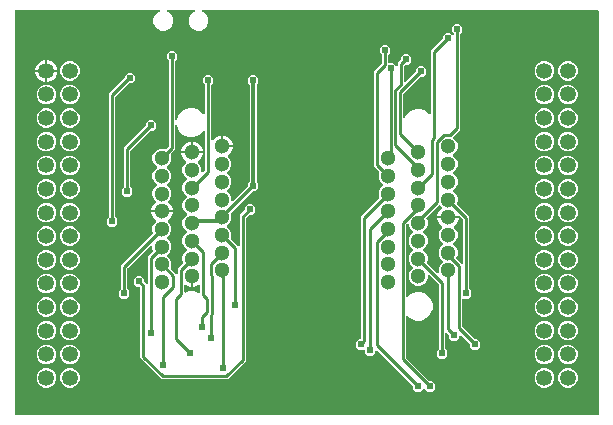
<source format=gbr>
G04 EAGLE Gerber RS-274X export*
G75*
%MOMM*%
%FSLAX34Y34*%
%LPD*%
%INBottom Copper*%
%IPPOS*%
%AMOC8*
5,1,8,0,0,1.08239X$1,22.5*%
G01*
G04 Define Apertures*
%ADD10C,1.350000*%
%ADD11C,1.300000*%
%ADD12C,0.604000*%
%ADD13C,0.304800*%
%ADD14C,0.254000*%
G36*
X774745Y237550D02*
X774448Y237490D01*
X281432Y237490D01*
X281157Y237541D01*
X280902Y237705D01*
X280730Y237955D01*
X280670Y238252D01*
X280670Y579528D01*
X280721Y579803D01*
X280885Y580058D01*
X281135Y580230D01*
X281432Y580290D01*
X402871Y580290D01*
X403129Y580245D01*
X403388Y580088D01*
X403565Y579842D01*
X403633Y579546D01*
X403580Y579248D01*
X403414Y578994D01*
X403163Y578824D01*
X401813Y578265D01*
X399475Y575927D01*
X398210Y572873D01*
X398210Y569567D01*
X399475Y566513D01*
X401813Y564175D01*
X404867Y562910D01*
X408173Y562910D01*
X411227Y564175D01*
X413565Y566513D01*
X414830Y569567D01*
X414830Y572873D01*
X413565Y575927D01*
X411227Y578265D01*
X409877Y578824D01*
X409657Y578964D01*
X409477Y579209D01*
X409407Y579504D01*
X409458Y579803D01*
X409622Y580058D01*
X409872Y580230D01*
X410169Y580290D01*
X432871Y580290D01*
X433129Y580245D01*
X433388Y580088D01*
X433565Y579842D01*
X433633Y579546D01*
X433580Y579248D01*
X433414Y578994D01*
X433163Y578824D01*
X431813Y578265D01*
X429475Y575927D01*
X428210Y572873D01*
X428210Y569567D01*
X429475Y566513D01*
X431813Y564175D01*
X434867Y562910D01*
X438173Y562910D01*
X441227Y564175D01*
X443565Y566513D01*
X444830Y569567D01*
X444830Y572873D01*
X443565Y575927D01*
X441227Y578265D01*
X439877Y578824D01*
X439657Y578964D01*
X439477Y579209D01*
X439407Y579504D01*
X439458Y579803D01*
X439622Y580058D01*
X439872Y580230D01*
X440169Y580290D01*
X774448Y580290D01*
X774723Y580239D01*
X774978Y580075D01*
X775150Y579825D01*
X775210Y579528D01*
X775210Y238252D01*
X775159Y237977D01*
X774995Y237722D01*
X774745Y237550D01*
G37*
%LPC*%
G36*
X620418Y257076D02*
X624182Y257076D01*
X626841Y259735D01*
X627072Y259893D01*
X627368Y259958D01*
X627666Y259903D01*
X627919Y259735D01*
X630578Y257076D01*
X634342Y257076D01*
X637004Y259738D01*
X637004Y263502D01*
X634342Y266164D01*
X632183Y266164D01*
X631897Y266220D01*
X631644Y266387D01*
X612207Y285824D01*
X612044Y286066D01*
X611984Y286363D01*
X611984Y320993D01*
X612031Y321256D01*
X612190Y321514D01*
X612438Y321690D01*
X612734Y321755D01*
X613032Y321699D01*
X613285Y321532D01*
X615689Y319128D01*
X620121Y317292D01*
X624919Y317292D01*
X629351Y319128D01*
X632744Y322521D01*
X634580Y326953D01*
X634580Y331751D01*
X632744Y336183D01*
X629351Y339576D01*
X624919Y341412D01*
X620121Y341412D01*
X615689Y339576D01*
X613285Y337172D01*
X613065Y337019D01*
X612770Y336949D01*
X612471Y337000D01*
X612216Y337164D01*
X612044Y337414D01*
X611984Y337711D01*
X611984Y398361D01*
X612040Y398647D01*
X612207Y398900D01*
X612995Y399688D01*
X613215Y399841D01*
X613510Y399910D01*
X613809Y399860D01*
X614064Y399696D01*
X614236Y399446D01*
X614296Y399149D01*
X614296Y398224D01*
X615518Y395275D01*
X617784Y393008D01*
X617985Y392880D01*
X618162Y392634D01*
X618229Y392338D01*
X618176Y392040D01*
X618011Y391786D01*
X617787Y391635D01*
X615518Y389365D01*
X614296Y386416D01*
X614296Y383224D01*
X615518Y380275D01*
X617784Y378008D01*
X617985Y377880D01*
X618162Y377634D01*
X618229Y377338D01*
X618176Y377040D01*
X618011Y376786D01*
X617787Y376635D01*
X615518Y374365D01*
X614296Y371416D01*
X614296Y368224D01*
X615518Y365275D01*
X617784Y363008D01*
X617985Y362880D01*
X618162Y362634D01*
X618229Y362338D01*
X618176Y362040D01*
X618011Y361786D01*
X617787Y361635D01*
X615518Y359365D01*
X614296Y356416D01*
X614296Y353224D01*
X615518Y350275D01*
X617775Y348018D01*
X620724Y346796D01*
X623916Y346796D01*
X626865Y348018D01*
X629122Y350275D01*
X630344Y353224D01*
X630344Y356005D01*
X630391Y356268D01*
X630550Y356526D01*
X630798Y356702D01*
X631094Y356767D01*
X631392Y356711D01*
X631645Y356544D01*
X639603Y348586D01*
X639766Y348344D01*
X639826Y348047D01*
X639826Y293508D01*
X639770Y293222D01*
X639603Y292969D01*
X638076Y291442D01*
X638076Y287678D01*
X640738Y285016D01*
X644502Y285016D01*
X647164Y287678D01*
X647164Y291442D01*
X645637Y292969D01*
X645474Y293211D01*
X645414Y293508D01*
X645414Y306375D01*
X645461Y306638D01*
X645620Y306896D01*
X645868Y307072D01*
X646164Y307137D01*
X646462Y307081D01*
X646715Y306914D01*
X648013Y305616D01*
X648176Y305374D01*
X648236Y305077D01*
X648236Y302918D01*
X650898Y300256D01*
X654662Y300256D01*
X657324Y302918D01*
X657324Y304625D01*
X657371Y304888D01*
X657530Y305146D01*
X657778Y305322D01*
X658074Y305387D01*
X658372Y305331D01*
X658625Y305164D01*
X665793Y297996D01*
X665956Y297754D01*
X666016Y297457D01*
X666016Y295298D01*
X668678Y292636D01*
X672442Y292636D01*
X675104Y295298D01*
X675104Y299062D01*
X672442Y301724D01*
X670283Y301724D01*
X669997Y301780D01*
X669744Y301947D01*
X660011Y311680D01*
X659848Y311922D01*
X659788Y312219D01*
X659788Y335246D01*
X659835Y335510D01*
X659994Y335768D01*
X660242Y335943D01*
X660538Y336008D01*
X660836Y335953D01*
X661042Y335816D01*
X664822Y335816D01*
X667484Y338478D01*
X667484Y342242D01*
X665957Y343769D01*
X665794Y344011D01*
X665734Y344308D01*
X665734Y405737D01*
X655359Y416113D01*
X655198Y416349D01*
X655136Y416645D01*
X655193Y416943D01*
X655724Y418224D01*
X655724Y421416D01*
X654502Y424365D01*
X652236Y426632D01*
X652035Y426760D01*
X651858Y427006D01*
X651791Y427302D01*
X651844Y427600D01*
X652009Y427855D01*
X652233Y428005D01*
X654502Y430275D01*
X655724Y433224D01*
X655724Y436416D01*
X654502Y439365D01*
X652236Y441632D01*
X652035Y441760D01*
X651858Y442006D01*
X651791Y442302D01*
X651844Y442600D01*
X652009Y442855D01*
X652233Y443005D01*
X654502Y445275D01*
X655724Y448224D01*
X655724Y451416D01*
X654502Y454365D01*
X652236Y456632D01*
X652035Y456760D01*
X651858Y457006D01*
X651791Y457302D01*
X651844Y457600D01*
X652009Y457855D01*
X652233Y458005D01*
X654502Y460275D01*
X655724Y463224D01*
X655724Y466416D01*
X654502Y469365D01*
X652209Y471659D01*
X652071Y471748D01*
X651896Y471995D01*
X651830Y472291D01*
X651886Y472589D01*
X652054Y472842D01*
X658114Y478903D01*
X658114Y559932D01*
X658170Y560218D01*
X658337Y560471D01*
X659864Y561998D01*
X659864Y565762D01*
X657202Y568424D01*
X653438Y568424D01*
X650776Y565762D01*
X650776Y561998D01*
X652303Y560471D01*
X652466Y560229D01*
X652526Y559932D01*
X652526Y559700D01*
X652479Y559437D01*
X652320Y559178D01*
X652072Y559003D01*
X651776Y558938D01*
X651478Y558994D01*
X651225Y559161D01*
X649582Y560804D01*
X645818Y560804D01*
X643156Y558142D01*
X643156Y555983D01*
X643100Y555697D01*
X642933Y555444D01*
X633072Y545583D01*
X633072Y492635D01*
X633025Y492372D01*
X632866Y492114D01*
X632618Y491938D01*
X632322Y491873D01*
X632024Y491929D01*
X631771Y492096D01*
X629351Y494516D01*
X624919Y496352D01*
X620121Y496352D01*
X615689Y494516D01*
X612296Y491123D01*
X611320Y488767D01*
X611180Y488546D01*
X610935Y488367D01*
X610640Y488297D01*
X610341Y488348D01*
X610086Y488511D01*
X609914Y488762D01*
X609854Y489059D01*
X609854Y509067D01*
X609910Y509353D01*
X610077Y509606D01*
X624024Y523553D01*
X624266Y523716D01*
X624563Y523776D01*
X626722Y523776D01*
X629384Y526438D01*
X629384Y530202D01*
X626722Y532864D01*
X622958Y532864D01*
X620296Y530202D01*
X620296Y528043D01*
X620240Y527757D01*
X620073Y527504D01*
X612041Y519472D01*
X611821Y519319D01*
X611526Y519249D01*
X611227Y519300D01*
X610972Y519464D01*
X610800Y519714D01*
X610740Y520011D01*
X610740Y532813D01*
X610796Y533099D01*
X610963Y533352D01*
X611324Y533713D01*
X611566Y533876D01*
X611863Y533936D01*
X614022Y533936D01*
X616684Y536598D01*
X616684Y540362D01*
X614022Y543024D01*
X610258Y543024D01*
X607596Y540362D01*
X607596Y538203D01*
X607540Y537917D01*
X607373Y537664D01*
X605152Y535443D01*
X605152Y533414D01*
X605105Y533151D01*
X604946Y532892D01*
X604698Y532717D01*
X604402Y532652D01*
X604104Y532708D01*
X603851Y532875D01*
X601322Y535404D01*
X597916Y535404D01*
X597641Y535455D01*
X597386Y535619D01*
X597214Y535869D01*
X597154Y536166D01*
X597154Y542152D01*
X597210Y542438D01*
X597377Y542691D01*
X598904Y544218D01*
X598904Y547982D01*
X596242Y550644D01*
X592478Y550644D01*
X589816Y547982D01*
X589816Y544218D01*
X591343Y542691D01*
X591506Y542449D01*
X591566Y542152D01*
X591566Y535475D01*
X591510Y535189D01*
X591343Y534936D01*
X584852Y528446D01*
X584852Y447957D01*
X589281Y443527D01*
X589442Y443291D01*
X589505Y442995D01*
X589447Y442697D01*
X588916Y441416D01*
X588916Y438224D01*
X590138Y435275D01*
X592404Y433008D01*
X592605Y432880D01*
X592782Y432634D01*
X592849Y432338D01*
X592796Y432040D01*
X592631Y431786D01*
X592407Y431635D01*
X590138Y429365D01*
X588916Y426416D01*
X588916Y423224D01*
X589447Y421943D01*
X589504Y421664D01*
X589449Y421366D01*
X589281Y421113D01*
X573786Y405617D01*
X573786Y302486D01*
X573735Y302211D01*
X573571Y301956D01*
X573321Y301784D01*
X573024Y301724D01*
X572158Y301724D01*
X569496Y299062D01*
X569496Y295298D01*
X572158Y292636D01*
X575969Y292636D01*
X576035Y292682D01*
X576330Y292752D01*
X576629Y292701D01*
X576884Y292538D01*
X577056Y292287D01*
X577116Y291990D01*
X577116Y290218D01*
X579778Y287556D01*
X583542Y287556D01*
X586204Y290218D01*
X586204Y291925D01*
X586251Y292188D01*
X586410Y292446D01*
X586658Y292622D01*
X586954Y292687D01*
X587252Y292631D01*
X587505Y292464D01*
X617533Y262436D01*
X617696Y262194D01*
X617756Y261897D01*
X617756Y259738D01*
X620418Y257076D01*
G37*
G36*
X405059Y267490D02*
X461081Y267490D01*
X476730Y283139D01*
X476730Y403883D01*
X476786Y404169D01*
X476953Y404422D01*
X479244Y406713D01*
X479486Y406876D01*
X479783Y406936D01*
X481942Y406936D01*
X484604Y409598D01*
X484604Y413362D01*
X481942Y416024D01*
X478178Y416024D01*
X475516Y413362D01*
X475516Y411203D01*
X475460Y410917D01*
X475293Y410664D01*
X471142Y406513D01*
X471142Y380669D01*
X471095Y380406D01*
X470936Y380148D01*
X470688Y379972D01*
X470392Y379907D01*
X470094Y379963D01*
X469841Y380130D01*
X463859Y386113D01*
X463698Y386349D01*
X463636Y386645D01*
X463693Y386943D01*
X464224Y388224D01*
X464224Y391416D01*
X463002Y394365D01*
X460736Y396632D01*
X460535Y396760D01*
X460358Y397006D01*
X460291Y397302D01*
X460344Y397600D01*
X460509Y397855D01*
X460733Y398005D01*
X463002Y400275D01*
X464224Y403224D01*
X464224Y406416D01*
X463799Y407443D01*
X463741Y407722D01*
X463796Y408020D01*
X463964Y408273D01*
X482143Y426453D01*
X482385Y426616D01*
X482682Y426676D01*
X484482Y426676D01*
X487144Y429338D01*
X487144Y433102D01*
X485871Y434375D01*
X485708Y434617D01*
X485648Y434914D01*
X485648Y517006D01*
X485704Y517292D01*
X485871Y517545D01*
X487144Y518818D01*
X487144Y522582D01*
X484482Y525244D01*
X480718Y525244D01*
X478056Y522582D01*
X478056Y518818D01*
X479329Y517545D01*
X479492Y517303D01*
X479552Y517006D01*
X479552Y434914D01*
X479496Y434628D01*
X479329Y434375D01*
X478056Y433102D01*
X478056Y431302D01*
X478000Y431016D01*
X477833Y430763D01*
X465525Y418455D01*
X465305Y418302D01*
X465010Y418233D01*
X464711Y418283D01*
X464456Y418447D01*
X464284Y418697D01*
X464224Y418994D01*
X464224Y421416D01*
X463002Y424365D01*
X460736Y426632D01*
X460535Y426760D01*
X460358Y427006D01*
X460291Y427302D01*
X460344Y427600D01*
X460509Y427855D01*
X460733Y428005D01*
X463002Y430275D01*
X464224Y433224D01*
X464224Y436416D01*
X463002Y439365D01*
X460736Y441632D01*
X460535Y441760D01*
X460358Y442006D01*
X460291Y442302D01*
X460344Y442600D01*
X460509Y442855D01*
X460733Y443005D01*
X463002Y445275D01*
X464224Y448224D01*
X464224Y451416D01*
X463002Y454365D01*
X461305Y456063D01*
X461147Y456293D01*
X461082Y456589D01*
X461137Y456888D01*
X461305Y457140D01*
X463864Y459699D01*
X465240Y463022D01*
X465240Y464058D01*
X455438Y464058D01*
X455438Y473860D01*
X454402Y473860D01*
X451079Y472484D01*
X448595Y469999D01*
X448375Y469846D01*
X448080Y469776D01*
X447781Y469827D01*
X447526Y469991D01*
X447354Y470241D01*
X447294Y470538D01*
X447294Y516752D01*
X447350Y517038D01*
X447517Y517291D01*
X449044Y518818D01*
X449044Y522582D01*
X446382Y525244D01*
X442618Y525244D01*
X439956Y522582D01*
X439956Y518818D01*
X441483Y517291D01*
X441646Y517049D01*
X441706Y516752D01*
X441706Y492589D01*
X441659Y492326D01*
X441500Y492068D01*
X441252Y491892D01*
X440956Y491827D01*
X440658Y491883D01*
X440405Y492050D01*
X437197Y495258D01*
X432765Y497094D01*
X427967Y497094D01*
X423535Y495258D01*
X420142Y491865D01*
X418280Y487370D01*
X418140Y487149D01*
X417895Y486970D01*
X417600Y486900D01*
X417301Y486951D01*
X417046Y487114D01*
X416874Y487365D01*
X416814Y487662D01*
X416814Y537072D01*
X416870Y537358D01*
X417037Y537611D01*
X418564Y539138D01*
X418564Y542902D01*
X415902Y545564D01*
X412138Y545564D01*
X409476Y542902D01*
X409476Y539138D01*
X411003Y537611D01*
X411166Y537369D01*
X411226Y537072D01*
X411226Y464873D01*
X411170Y464587D01*
X411003Y464334D01*
X409147Y462479D01*
X408911Y462318D01*
X408615Y462256D01*
X408317Y462313D01*
X407036Y462844D01*
X403844Y462844D01*
X400895Y461622D01*
X398638Y459365D01*
X397416Y456416D01*
X397416Y453224D01*
X398638Y450275D01*
X400904Y448008D01*
X401105Y447880D01*
X401282Y447634D01*
X401349Y447338D01*
X401296Y447040D01*
X401131Y446786D01*
X400907Y446635D01*
X398638Y444365D01*
X397416Y441416D01*
X397416Y438224D01*
X398638Y435275D01*
X400904Y433008D01*
X401105Y432880D01*
X401282Y432634D01*
X401349Y432338D01*
X401296Y432040D01*
X401131Y431786D01*
X400907Y431635D01*
X398638Y429365D01*
X397416Y426416D01*
X397416Y423224D01*
X398638Y420275D01*
X400335Y418577D01*
X400493Y418347D01*
X400558Y418051D01*
X400503Y417752D01*
X400335Y417500D01*
X397776Y414941D01*
X396400Y411618D01*
X396400Y410582D01*
X414480Y410582D01*
X414480Y411618D01*
X413104Y414941D01*
X410545Y417500D01*
X410387Y417730D01*
X410322Y418026D01*
X410377Y418324D01*
X410545Y418577D01*
X412242Y420275D01*
X413464Y423224D01*
X413464Y426416D01*
X412242Y429365D01*
X409976Y431632D01*
X409775Y431760D01*
X409598Y432006D01*
X409531Y432302D01*
X409584Y432600D01*
X409749Y432855D01*
X409973Y433005D01*
X412242Y435275D01*
X413464Y438224D01*
X413464Y441416D01*
X412242Y444365D01*
X409976Y446632D01*
X409775Y446760D01*
X409598Y447006D01*
X409531Y447302D01*
X409584Y447600D01*
X409749Y447855D01*
X409973Y448005D01*
X412242Y450275D01*
X413464Y453224D01*
X413464Y456416D01*
X412933Y457697D01*
X412876Y457976D01*
X412931Y458275D01*
X413099Y458527D01*
X416814Y462243D01*
X416814Y482406D01*
X416859Y482664D01*
X417016Y482923D01*
X417262Y483101D01*
X417558Y483168D01*
X417856Y483115D01*
X418111Y482949D01*
X418280Y482698D01*
X420142Y478203D01*
X423535Y474810D01*
X427967Y472974D01*
X432765Y472974D01*
X437197Y474810D01*
X440405Y478018D01*
X440625Y478171D01*
X440920Y478241D01*
X441219Y478190D01*
X441474Y478026D01*
X441646Y477776D01*
X441706Y477479D01*
X441706Y444973D01*
X441650Y444687D01*
X441483Y444434D01*
X440145Y443096D01*
X439925Y442943D01*
X439630Y442873D01*
X439331Y442924D01*
X439076Y443088D01*
X438904Y443338D01*
X438844Y443635D01*
X438844Y446416D01*
X437622Y449365D01*
X435925Y451063D01*
X435767Y451293D01*
X435702Y451589D01*
X435757Y451888D01*
X435925Y452140D01*
X438484Y454699D01*
X439860Y458022D01*
X439860Y459058D01*
X421780Y459058D01*
X421780Y458022D01*
X423156Y454699D01*
X425715Y452140D01*
X425873Y451910D01*
X425938Y451614D01*
X425883Y451316D01*
X425715Y451063D01*
X424018Y449365D01*
X422796Y446416D01*
X422796Y443224D01*
X424018Y440275D01*
X426284Y438008D01*
X426485Y437880D01*
X426662Y437634D01*
X426729Y437338D01*
X426676Y437040D01*
X426511Y436786D01*
X426287Y436635D01*
X424018Y434365D01*
X422796Y431416D01*
X422796Y428224D01*
X424018Y425275D01*
X426284Y423008D01*
X426485Y422880D01*
X426662Y422634D01*
X426729Y422338D01*
X426676Y422040D01*
X426511Y421786D01*
X426287Y421635D01*
X424018Y419365D01*
X422796Y416416D01*
X422796Y413224D01*
X424018Y410275D01*
X426284Y408008D01*
X426485Y407880D01*
X426662Y407634D01*
X426729Y407338D01*
X426676Y407040D01*
X426511Y406786D01*
X426287Y406635D01*
X424018Y404365D01*
X422796Y401416D01*
X422796Y398224D01*
X424018Y395275D01*
X426284Y393008D01*
X426485Y392880D01*
X426662Y392634D01*
X426729Y392338D01*
X426676Y392040D01*
X426511Y391786D01*
X426287Y391635D01*
X424018Y389365D01*
X422796Y386416D01*
X422796Y383224D01*
X424018Y380275D01*
X426284Y378008D01*
X426485Y377880D01*
X426662Y377634D01*
X426729Y377338D01*
X426676Y377040D01*
X426511Y376786D01*
X426287Y376635D01*
X424018Y374365D01*
X422796Y371416D01*
X422796Y368224D01*
X423327Y366943D01*
X423384Y366664D01*
X423329Y366366D01*
X423161Y366113D01*
X418692Y361643D01*
X418692Y357359D01*
X418645Y357096D01*
X418486Y356838D01*
X418238Y356662D01*
X417942Y356597D01*
X417644Y356653D01*
X417391Y356820D01*
X413099Y361113D01*
X412938Y361349D01*
X412876Y361645D01*
X412933Y361943D01*
X413464Y363224D01*
X413464Y366416D01*
X412242Y369365D01*
X409976Y371632D01*
X409775Y371760D01*
X409598Y372006D01*
X409531Y372302D01*
X409584Y372600D01*
X409749Y372855D01*
X409973Y373005D01*
X412242Y375275D01*
X413464Y378224D01*
X413464Y381416D01*
X412242Y384365D01*
X409976Y386632D01*
X409775Y386760D01*
X409598Y387006D01*
X409531Y387302D01*
X409584Y387600D01*
X409749Y387855D01*
X409973Y388005D01*
X412242Y390275D01*
X413464Y393224D01*
X413464Y396416D01*
X412242Y399365D01*
X410545Y401063D01*
X410387Y401293D01*
X410322Y401589D01*
X410377Y401888D01*
X410545Y402140D01*
X413104Y404699D01*
X414480Y408022D01*
X414480Y409058D01*
X396400Y409058D01*
X396400Y408022D01*
X397776Y404699D01*
X400335Y402140D01*
X400493Y401910D01*
X400558Y401614D01*
X400503Y401316D01*
X400335Y401063D01*
X398638Y399365D01*
X397416Y396416D01*
X397416Y393224D01*
X397947Y391943D01*
X398004Y391664D01*
X397949Y391366D01*
X397781Y391113D01*
X370586Y363917D01*
X370586Y344308D01*
X370530Y344022D01*
X370363Y343769D01*
X368836Y342242D01*
X368836Y338478D01*
X371498Y335816D01*
X375262Y335816D01*
X377924Y338478D01*
X377924Y342242D01*
X376397Y343769D01*
X376234Y344011D01*
X376174Y344308D01*
X376174Y361287D01*
X376230Y361573D01*
X376397Y361826D01*
X396115Y381544D01*
X396335Y381697D01*
X396630Y381767D01*
X396929Y381716D01*
X397184Y381552D01*
X397356Y381302D01*
X397416Y381005D01*
X397416Y378224D01*
X397947Y376943D01*
X398004Y376664D01*
X397949Y376366D01*
X397781Y376113D01*
X393312Y371643D01*
X393312Y349079D01*
X393265Y348816D01*
X393106Y348558D01*
X392858Y348382D01*
X392562Y348317D01*
X392264Y348373D01*
X392011Y348540D01*
X390847Y349704D01*
X390684Y349946D01*
X390624Y350243D01*
X390624Y352402D01*
X387962Y355064D01*
X384198Y355064D01*
X381536Y352402D01*
X381536Y348638D01*
X384198Y345976D01*
X386108Y345976D01*
X386383Y345925D01*
X386638Y345761D01*
X386810Y345511D01*
X386870Y345214D01*
X386870Y285679D01*
X405059Y267490D01*
G37*
G36*
X308262Y529542D02*
X316790Y529542D01*
X316790Y530628D01*
X315376Y534042D01*
X312762Y536656D01*
X309348Y538070D01*
X308262Y538070D01*
X308262Y529542D01*
G37*
G36*
X298210Y529542D02*
X306738Y529542D01*
X306738Y538070D01*
X305652Y538070D01*
X302238Y536656D01*
X299624Y534042D01*
X298210Y530628D01*
X298210Y529542D01*
G37*
G36*
X325854Y520506D02*
X329146Y520506D01*
X332187Y521766D01*
X334514Y524093D01*
X335774Y527134D01*
X335774Y530426D01*
X334514Y533467D01*
X332187Y535794D01*
X329146Y537054D01*
X325854Y537054D01*
X322813Y535794D01*
X320486Y533467D01*
X319226Y530426D01*
X319226Y527134D01*
X320486Y524093D01*
X322813Y521766D01*
X325854Y520506D01*
G37*
G36*
X727494Y520506D02*
X730786Y520506D01*
X733827Y521766D01*
X736154Y524093D01*
X737414Y527134D01*
X737414Y530426D01*
X736154Y533467D01*
X733827Y535794D01*
X730786Y537054D01*
X727494Y537054D01*
X724453Y535794D01*
X722126Y533467D01*
X720866Y530426D01*
X720866Y527134D01*
X722126Y524093D01*
X724453Y521766D01*
X727494Y520506D01*
G37*
G36*
X747494Y520506D02*
X750786Y520506D01*
X753827Y521766D01*
X756154Y524093D01*
X757414Y527134D01*
X757414Y530426D01*
X756154Y533467D01*
X753827Y535794D01*
X750786Y537054D01*
X747494Y537054D01*
X744453Y535794D01*
X742126Y533467D01*
X740866Y530426D01*
X740866Y527134D01*
X742126Y524093D01*
X744453Y521766D01*
X747494Y520506D01*
G37*
G36*
X305652Y519490D02*
X306738Y519490D01*
X306738Y528018D01*
X298210Y528018D01*
X298210Y526932D01*
X299624Y523518D01*
X302238Y520904D01*
X305652Y519490D01*
G37*
G36*
X308262Y519490D02*
X309348Y519490D01*
X312762Y520904D01*
X315376Y523518D01*
X316790Y526932D01*
X316790Y528018D01*
X308262Y528018D01*
X308262Y519490D01*
G37*
G36*
X361338Y396776D02*
X365102Y396776D01*
X367764Y399438D01*
X367764Y403202D01*
X366237Y404729D01*
X366074Y404971D01*
X366014Y405268D01*
X366014Y506527D01*
X366070Y506813D01*
X366237Y507066D01*
X377116Y517945D01*
X377358Y518108D01*
X377655Y518168D01*
X380342Y518168D01*
X383004Y520830D01*
X383004Y524594D01*
X380342Y527256D01*
X376578Y527256D01*
X373916Y524594D01*
X373916Y522963D01*
X373860Y522677D01*
X373693Y522424D01*
X360426Y509157D01*
X360426Y405268D01*
X360370Y404982D01*
X360203Y404729D01*
X358676Y403202D01*
X358676Y399438D01*
X361338Y396776D01*
G37*
G36*
X747494Y500506D02*
X750786Y500506D01*
X753827Y501766D01*
X756154Y504093D01*
X757414Y507134D01*
X757414Y510426D01*
X756154Y513467D01*
X753827Y515794D01*
X750786Y517054D01*
X747494Y517054D01*
X744453Y515794D01*
X742126Y513467D01*
X740866Y510426D01*
X740866Y507134D01*
X742126Y504093D01*
X744453Y501766D01*
X747494Y500506D01*
G37*
G36*
X305854Y500506D02*
X309146Y500506D01*
X312187Y501766D01*
X314514Y504093D01*
X315774Y507134D01*
X315774Y510426D01*
X314514Y513467D01*
X312187Y515794D01*
X309146Y517054D01*
X305854Y517054D01*
X302813Y515794D01*
X300486Y513467D01*
X299226Y510426D01*
X299226Y507134D01*
X300486Y504093D01*
X302813Y501766D01*
X305854Y500506D01*
G37*
G36*
X325854Y500506D02*
X329146Y500506D01*
X332187Y501766D01*
X334514Y504093D01*
X335774Y507134D01*
X335774Y510426D01*
X334514Y513467D01*
X332187Y515794D01*
X329146Y517054D01*
X325854Y517054D01*
X322813Y515794D01*
X320486Y513467D01*
X319226Y510426D01*
X319226Y507134D01*
X320486Y504093D01*
X322813Y501766D01*
X325854Y500506D01*
G37*
G36*
X727494Y500506D02*
X730786Y500506D01*
X733827Y501766D01*
X736154Y504093D01*
X737414Y507134D01*
X737414Y510426D01*
X736154Y513467D01*
X733827Y515794D01*
X730786Y517054D01*
X727494Y517054D01*
X724453Y515794D01*
X722126Y513467D01*
X720866Y510426D01*
X720866Y507134D01*
X722126Y504093D01*
X724453Y501766D01*
X727494Y500506D01*
G37*
G36*
X325854Y480506D02*
X329146Y480506D01*
X332187Y481766D01*
X334514Y484093D01*
X335774Y487134D01*
X335774Y490426D01*
X334514Y493467D01*
X332187Y495794D01*
X329146Y497054D01*
X325854Y497054D01*
X322813Y495794D01*
X320486Y493467D01*
X319226Y490426D01*
X319226Y487134D01*
X320486Y484093D01*
X322813Y481766D01*
X325854Y480506D01*
G37*
G36*
X305854Y480506D02*
X309146Y480506D01*
X312187Y481766D01*
X314514Y484093D01*
X315774Y487134D01*
X315774Y490426D01*
X314514Y493467D01*
X312187Y495794D01*
X309146Y497054D01*
X305854Y497054D01*
X302813Y495794D01*
X300486Y493467D01*
X299226Y490426D01*
X299226Y487134D01*
X300486Y484093D01*
X302813Y481766D01*
X305854Y480506D01*
G37*
G36*
X727494Y480506D02*
X730786Y480506D01*
X733827Y481766D01*
X736154Y484093D01*
X737414Y487134D01*
X737414Y490426D01*
X736154Y493467D01*
X733827Y495794D01*
X730786Y497054D01*
X727494Y497054D01*
X724453Y495794D01*
X722126Y493467D01*
X720866Y490426D01*
X720866Y487134D01*
X722126Y484093D01*
X724453Y481766D01*
X727494Y480506D01*
G37*
G36*
X747494Y480506D02*
X750786Y480506D01*
X753827Y481766D01*
X756154Y484093D01*
X757414Y487134D01*
X757414Y490426D01*
X756154Y493467D01*
X753827Y495794D01*
X750786Y497054D01*
X747494Y497054D01*
X744453Y495794D01*
X742126Y493467D01*
X740866Y490426D01*
X740866Y487134D01*
X742126Y484093D01*
X744453Y481766D01*
X747494Y480506D01*
G37*
G36*
X374038Y422176D02*
X377802Y422176D01*
X380464Y424838D01*
X380464Y428602D01*
X378937Y430129D01*
X378774Y430371D01*
X378714Y430668D01*
X378714Y460807D01*
X378770Y461093D01*
X378937Y461346D01*
X395424Y477833D01*
X395666Y477996D01*
X395963Y478056D01*
X398122Y478056D01*
X400784Y480718D01*
X400784Y484482D01*
X398122Y487144D01*
X394358Y487144D01*
X391696Y484482D01*
X391696Y482323D01*
X391640Y482037D01*
X391473Y481784D01*
X373126Y463437D01*
X373126Y430668D01*
X373070Y430382D01*
X372903Y430129D01*
X371376Y428602D01*
X371376Y424838D01*
X374038Y422176D01*
G37*
G36*
X325854Y460506D02*
X329146Y460506D01*
X332187Y461766D01*
X334514Y464093D01*
X335774Y467134D01*
X335774Y470426D01*
X334514Y473467D01*
X332187Y475794D01*
X329146Y477054D01*
X325854Y477054D01*
X322813Y475794D01*
X320486Y473467D01*
X319226Y470426D01*
X319226Y467134D01*
X320486Y464093D01*
X322813Y461766D01*
X325854Y460506D01*
G37*
G36*
X305854Y460506D02*
X309146Y460506D01*
X312187Y461766D01*
X314514Y464093D01*
X315774Y467134D01*
X315774Y470426D01*
X314514Y473467D01*
X312187Y475794D01*
X309146Y477054D01*
X305854Y477054D01*
X302813Y475794D01*
X300486Y473467D01*
X299226Y470426D01*
X299226Y467134D01*
X300486Y464093D01*
X302813Y461766D01*
X305854Y460506D01*
G37*
G36*
X747494Y460506D02*
X750786Y460506D01*
X753827Y461766D01*
X756154Y464093D01*
X757414Y467134D01*
X757414Y470426D01*
X756154Y473467D01*
X753827Y475794D01*
X750786Y477054D01*
X747494Y477054D01*
X744453Y475794D01*
X742126Y473467D01*
X740866Y470426D01*
X740866Y467134D01*
X742126Y464093D01*
X744453Y461766D01*
X747494Y460506D01*
G37*
G36*
X727494Y460506D02*
X730786Y460506D01*
X733827Y461766D01*
X736154Y464093D01*
X737414Y467134D01*
X737414Y470426D01*
X736154Y473467D01*
X733827Y475794D01*
X730786Y477054D01*
X727494Y477054D01*
X724453Y475794D01*
X722126Y473467D01*
X720866Y470426D01*
X720866Y467134D01*
X722126Y464093D01*
X724453Y461766D01*
X727494Y460506D01*
G37*
G36*
X456962Y465582D02*
X465240Y465582D01*
X465240Y466618D01*
X463864Y469941D01*
X461321Y472484D01*
X457998Y473860D01*
X456962Y473860D01*
X456962Y465582D01*
G37*
G36*
X431582Y460582D02*
X439860Y460582D01*
X439860Y461618D01*
X438484Y464941D01*
X435941Y467484D01*
X432618Y468860D01*
X431582Y468860D01*
X431582Y460582D01*
G37*
G36*
X421780Y460582D02*
X430058Y460582D01*
X430058Y468860D01*
X429022Y468860D01*
X425699Y467484D01*
X423156Y464941D01*
X421780Y461618D01*
X421780Y460582D01*
G37*
G36*
X747494Y440506D02*
X750786Y440506D01*
X753827Y441766D01*
X756154Y444093D01*
X757414Y447134D01*
X757414Y450426D01*
X756154Y453467D01*
X753827Y455794D01*
X750786Y457054D01*
X747494Y457054D01*
X744453Y455794D01*
X742126Y453467D01*
X740866Y450426D01*
X740866Y447134D01*
X742126Y444093D01*
X744453Y441766D01*
X747494Y440506D01*
G37*
G36*
X727494Y440506D02*
X730786Y440506D01*
X733827Y441766D01*
X736154Y444093D01*
X737414Y447134D01*
X737414Y450426D01*
X736154Y453467D01*
X733827Y455794D01*
X730786Y457054D01*
X727494Y457054D01*
X724453Y455794D01*
X722126Y453467D01*
X720866Y450426D01*
X720866Y447134D01*
X722126Y444093D01*
X724453Y441766D01*
X727494Y440506D01*
G37*
G36*
X305854Y440506D02*
X309146Y440506D01*
X312187Y441766D01*
X314514Y444093D01*
X315774Y447134D01*
X315774Y450426D01*
X314514Y453467D01*
X312187Y455794D01*
X309146Y457054D01*
X305854Y457054D01*
X302813Y455794D01*
X300486Y453467D01*
X299226Y450426D01*
X299226Y447134D01*
X300486Y444093D01*
X302813Y441766D01*
X305854Y440506D01*
G37*
G36*
X325854Y440506D02*
X329146Y440506D01*
X332187Y441766D01*
X334514Y444093D01*
X335774Y447134D01*
X335774Y450426D01*
X334514Y453467D01*
X332187Y455794D01*
X329146Y457054D01*
X325854Y457054D01*
X322813Y455794D01*
X320486Y453467D01*
X319226Y450426D01*
X319226Y447134D01*
X320486Y444093D01*
X322813Y441766D01*
X325854Y440506D01*
G37*
G36*
X727494Y420506D02*
X730786Y420506D01*
X733827Y421766D01*
X736154Y424093D01*
X737414Y427134D01*
X737414Y430426D01*
X736154Y433467D01*
X733827Y435794D01*
X730786Y437054D01*
X727494Y437054D01*
X724453Y435794D01*
X722126Y433467D01*
X720866Y430426D01*
X720866Y427134D01*
X722126Y424093D01*
X724453Y421766D01*
X727494Y420506D01*
G37*
G36*
X325854Y420506D02*
X329146Y420506D01*
X332187Y421766D01*
X334514Y424093D01*
X335774Y427134D01*
X335774Y430426D01*
X334514Y433467D01*
X332187Y435794D01*
X329146Y437054D01*
X325854Y437054D01*
X322813Y435794D01*
X320486Y433467D01*
X319226Y430426D01*
X319226Y427134D01*
X320486Y424093D01*
X322813Y421766D01*
X325854Y420506D01*
G37*
G36*
X305854Y420506D02*
X309146Y420506D01*
X312187Y421766D01*
X314514Y424093D01*
X315774Y427134D01*
X315774Y430426D01*
X314514Y433467D01*
X312187Y435794D01*
X309146Y437054D01*
X305854Y437054D01*
X302813Y435794D01*
X300486Y433467D01*
X299226Y430426D01*
X299226Y427134D01*
X300486Y424093D01*
X302813Y421766D01*
X305854Y420506D01*
G37*
G36*
X747494Y420506D02*
X750786Y420506D01*
X753827Y421766D01*
X756154Y424093D01*
X757414Y427134D01*
X757414Y430426D01*
X756154Y433467D01*
X753827Y435794D01*
X750786Y437054D01*
X747494Y437054D01*
X744453Y435794D01*
X742126Y433467D01*
X740866Y430426D01*
X740866Y427134D01*
X742126Y424093D01*
X744453Y421766D01*
X747494Y420506D01*
G37*
G36*
X747494Y400506D02*
X750786Y400506D01*
X753827Y401766D01*
X756154Y404093D01*
X757414Y407134D01*
X757414Y410426D01*
X756154Y413467D01*
X753827Y415794D01*
X750786Y417054D01*
X747494Y417054D01*
X744453Y415794D01*
X742126Y413467D01*
X740866Y410426D01*
X740866Y407134D01*
X742126Y404093D01*
X744453Y401766D01*
X747494Y400506D01*
G37*
G36*
X727494Y400506D02*
X730786Y400506D01*
X733827Y401766D01*
X736154Y404093D01*
X737414Y407134D01*
X737414Y410426D01*
X736154Y413467D01*
X733827Y415794D01*
X730786Y417054D01*
X727494Y417054D01*
X724453Y415794D01*
X722126Y413467D01*
X720866Y410426D01*
X720866Y407134D01*
X722126Y404093D01*
X724453Y401766D01*
X727494Y400506D01*
G37*
G36*
X305854Y400506D02*
X309146Y400506D01*
X312187Y401766D01*
X314514Y404093D01*
X315774Y407134D01*
X315774Y410426D01*
X314514Y413467D01*
X312187Y415794D01*
X309146Y417054D01*
X305854Y417054D01*
X302813Y415794D01*
X300486Y413467D01*
X299226Y410426D01*
X299226Y407134D01*
X300486Y404093D01*
X302813Y401766D01*
X305854Y400506D01*
G37*
G36*
X325854Y400506D02*
X329146Y400506D01*
X332187Y401766D01*
X334514Y404093D01*
X335774Y407134D01*
X335774Y410426D01*
X334514Y413467D01*
X332187Y415794D01*
X329146Y417054D01*
X325854Y417054D01*
X322813Y415794D01*
X320486Y413467D01*
X319226Y410426D01*
X319226Y407134D01*
X320486Y404093D01*
X322813Y401766D01*
X325854Y400506D01*
G37*
G36*
X747494Y380506D02*
X750786Y380506D01*
X753827Y381766D01*
X756154Y384093D01*
X757414Y387134D01*
X757414Y390426D01*
X756154Y393467D01*
X753827Y395794D01*
X750786Y397054D01*
X747494Y397054D01*
X744453Y395794D01*
X742126Y393467D01*
X740866Y390426D01*
X740866Y387134D01*
X742126Y384093D01*
X744453Y381766D01*
X747494Y380506D01*
G37*
G36*
X727494Y380506D02*
X730786Y380506D01*
X733827Y381766D01*
X736154Y384093D01*
X737414Y387134D01*
X737414Y390426D01*
X736154Y393467D01*
X733827Y395794D01*
X730786Y397054D01*
X727494Y397054D01*
X724453Y395794D01*
X722126Y393467D01*
X720866Y390426D01*
X720866Y387134D01*
X722126Y384093D01*
X724453Y381766D01*
X727494Y380506D01*
G37*
G36*
X325854Y380506D02*
X329146Y380506D01*
X332187Y381766D01*
X334514Y384093D01*
X335774Y387134D01*
X335774Y390426D01*
X334514Y393467D01*
X332187Y395794D01*
X329146Y397054D01*
X325854Y397054D01*
X322813Y395794D01*
X320486Y393467D01*
X319226Y390426D01*
X319226Y387134D01*
X320486Y384093D01*
X322813Y381766D01*
X325854Y380506D01*
G37*
G36*
X305854Y380506D02*
X309146Y380506D01*
X312187Y381766D01*
X314514Y384093D01*
X315774Y387134D01*
X315774Y390426D01*
X314514Y393467D01*
X312187Y395794D01*
X309146Y397054D01*
X305854Y397054D01*
X302813Y395794D01*
X300486Y393467D01*
X299226Y390426D01*
X299226Y387134D01*
X300486Y384093D01*
X302813Y381766D01*
X305854Y380506D01*
G37*
G36*
X747494Y360506D02*
X750786Y360506D01*
X753827Y361766D01*
X756154Y364093D01*
X757414Y367134D01*
X757414Y370426D01*
X756154Y373467D01*
X753827Y375794D01*
X750786Y377054D01*
X747494Y377054D01*
X744453Y375794D01*
X742126Y373467D01*
X740866Y370426D01*
X740866Y367134D01*
X742126Y364093D01*
X744453Y361766D01*
X747494Y360506D01*
G37*
G36*
X727494Y360506D02*
X730786Y360506D01*
X733827Y361766D01*
X736154Y364093D01*
X737414Y367134D01*
X737414Y370426D01*
X736154Y373467D01*
X733827Y375794D01*
X730786Y377054D01*
X727494Y377054D01*
X724453Y375794D01*
X722126Y373467D01*
X720866Y370426D01*
X720866Y367134D01*
X722126Y364093D01*
X724453Y361766D01*
X727494Y360506D01*
G37*
G36*
X325854Y360506D02*
X329146Y360506D01*
X332187Y361766D01*
X334514Y364093D01*
X335774Y367134D01*
X335774Y370426D01*
X334514Y373467D01*
X332187Y375794D01*
X329146Y377054D01*
X325854Y377054D01*
X322813Y375794D01*
X320486Y373467D01*
X319226Y370426D01*
X319226Y367134D01*
X320486Y364093D01*
X322813Y361766D01*
X325854Y360506D01*
G37*
G36*
X305854Y360506D02*
X309146Y360506D01*
X312187Y361766D01*
X314514Y364093D01*
X315774Y367134D01*
X315774Y370426D01*
X314514Y373467D01*
X312187Y375794D01*
X309146Y377054D01*
X305854Y377054D01*
X302813Y375794D01*
X300486Y373467D01*
X299226Y370426D01*
X299226Y367134D01*
X300486Y364093D01*
X302813Y361766D01*
X305854Y360506D01*
G37*
G36*
X727494Y340506D02*
X730786Y340506D01*
X733827Y341766D01*
X736154Y344093D01*
X737414Y347134D01*
X737414Y350426D01*
X736154Y353467D01*
X733827Y355794D01*
X730786Y357054D01*
X727494Y357054D01*
X724453Y355794D01*
X722126Y353467D01*
X720866Y350426D01*
X720866Y347134D01*
X722126Y344093D01*
X724453Y341766D01*
X727494Y340506D01*
G37*
G36*
X747494Y340506D02*
X750786Y340506D01*
X753827Y341766D01*
X756154Y344093D01*
X757414Y347134D01*
X757414Y350426D01*
X756154Y353467D01*
X753827Y355794D01*
X750786Y357054D01*
X747494Y357054D01*
X744453Y355794D01*
X742126Y353467D01*
X740866Y350426D01*
X740866Y347134D01*
X742126Y344093D01*
X744453Y341766D01*
X747494Y340506D01*
G37*
G36*
X305854Y340506D02*
X309146Y340506D01*
X312187Y341766D01*
X314514Y344093D01*
X315774Y347134D01*
X315774Y350426D01*
X314514Y353467D01*
X312187Y355794D01*
X309146Y357054D01*
X305854Y357054D01*
X302813Y355794D01*
X300486Y353467D01*
X299226Y350426D01*
X299226Y347134D01*
X300486Y344093D01*
X302813Y341766D01*
X305854Y340506D01*
G37*
G36*
X325854Y340506D02*
X329146Y340506D01*
X332187Y341766D01*
X334514Y344093D01*
X335774Y347134D01*
X335774Y350426D01*
X334514Y353467D01*
X332187Y355794D01*
X329146Y357054D01*
X325854Y357054D01*
X322813Y355794D01*
X320486Y353467D01*
X319226Y350426D01*
X319226Y347134D01*
X320486Y344093D01*
X322813Y341766D01*
X325854Y340506D01*
G37*
G36*
X305854Y320506D02*
X309146Y320506D01*
X312187Y321766D01*
X314514Y324093D01*
X315774Y327134D01*
X315774Y330426D01*
X314514Y333467D01*
X312187Y335794D01*
X309146Y337054D01*
X305854Y337054D01*
X302813Y335794D01*
X300486Y333467D01*
X299226Y330426D01*
X299226Y327134D01*
X300486Y324093D01*
X302813Y321766D01*
X305854Y320506D01*
G37*
G36*
X325854Y320506D02*
X329146Y320506D01*
X332187Y321766D01*
X334514Y324093D01*
X335774Y327134D01*
X335774Y330426D01*
X334514Y333467D01*
X332187Y335794D01*
X329146Y337054D01*
X325854Y337054D01*
X322813Y335794D01*
X320486Y333467D01*
X319226Y330426D01*
X319226Y327134D01*
X320486Y324093D01*
X322813Y321766D01*
X325854Y320506D01*
G37*
G36*
X727494Y320506D02*
X730786Y320506D01*
X733827Y321766D01*
X736154Y324093D01*
X737414Y327134D01*
X737414Y330426D01*
X736154Y333467D01*
X733827Y335794D01*
X730786Y337054D01*
X727494Y337054D01*
X724453Y335794D01*
X722126Y333467D01*
X720866Y330426D01*
X720866Y327134D01*
X722126Y324093D01*
X724453Y321766D01*
X727494Y320506D01*
G37*
G36*
X747494Y320506D02*
X750786Y320506D01*
X753827Y321766D01*
X756154Y324093D01*
X757414Y327134D01*
X757414Y330426D01*
X756154Y333467D01*
X753827Y335794D01*
X750786Y337054D01*
X747494Y337054D01*
X744453Y335794D01*
X742126Y333467D01*
X740866Y330426D01*
X740866Y327134D01*
X742126Y324093D01*
X744453Y321766D01*
X747494Y320506D01*
G37*
G36*
X727494Y300506D02*
X730786Y300506D01*
X733827Y301766D01*
X736154Y304093D01*
X737414Y307134D01*
X737414Y310426D01*
X736154Y313467D01*
X733827Y315794D01*
X730786Y317054D01*
X727494Y317054D01*
X724453Y315794D01*
X722126Y313467D01*
X720866Y310426D01*
X720866Y307134D01*
X722126Y304093D01*
X724453Y301766D01*
X727494Y300506D01*
G37*
G36*
X325854Y300506D02*
X329146Y300506D01*
X332187Y301766D01*
X334514Y304093D01*
X335774Y307134D01*
X335774Y310426D01*
X334514Y313467D01*
X332187Y315794D01*
X329146Y317054D01*
X325854Y317054D01*
X322813Y315794D01*
X320486Y313467D01*
X319226Y310426D01*
X319226Y307134D01*
X320486Y304093D01*
X322813Y301766D01*
X325854Y300506D01*
G37*
G36*
X305854Y300506D02*
X309146Y300506D01*
X312187Y301766D01*
X314514Y304093D01*
X315774Y307134D01*
X315774Y310426D01*
X314514Y313467D01*
X312187Y315794D01*
X309146Y317054D01*
X305854Y317054D01*
X302813Y315794D01*
X300486Y313467D01*
X299226Y310426D01*
X299226Y307134D01*
X300486Y304093D01*
X302813Y301766D01*
X305854Y300506D01*
G37*
G36*
X747494Y300506D02*
X750786Y300506D01*
X753827Y301766D01*
X756154Y304093D01*
X757414Y307134D01*
X757414Y310426D01*
X756154Y313467D01*
X753827Y315794D01*
X750786Y317054D01*
X747494Y317054D01*
X744453Y315794D01*
X742126Y313467D01*
X740866Y310426D01*
X740866Y307134D01*
X742126Y304093D01*
X744453Y301766D01*
X747494Y300506D01*
G37*
G36*
X727494Y280506D02*
X730786Y280506D01*
X733827Y281766D01*
X736154Y284093D01*
X737414Y287134D01*
X737414Y290426D01*
X736154Y293467D01*
X733827Y295794D01*
X730786Y297054D01*
X727494Y297054D01*
X724453Y295794D01*
X722126Y293467D01*
X720866Y290426D01*
X720866Y287134D01*
X722126Y284093D01*
X724453Y281766D01*
X727494Y280506D01*
G37*
G36*
X747494Y280506D02*
X750786Y280506D01*
X753827Y281766D01*
X756154Y284093D01*
X757414Y287134D01*
X757414Y290426D01*
X756154Y293467D01*
X753827Y295794D01*
X750786Y297054D01*
X747494Y297054D01*
X744453Y295794D01*
X742126Y293467D01*
X740866Y290426D01*
X740866Y287134D01*
X742126Y284093D01*
X744453Y281766D01*
X747494Y280506D01*
G37*
G36*
X325854Y280506D02*
X329146Y280506D01*
X332187Y281766D01*
X334514Y284093D01*
X335774Y287134D01*
X335774Y290426D01*
X334514Y293467D01*
X332187Y295794D01*
X329146Y297054D01*
X325854Y297054D01*
X322813Y295794D01*
X320486Y293467D01*
X319226Y290426D01*
X319226Y287134D01*
X320486Y284093D01*
X322813Y281766D01*
X325854Y280506D01*
G37*
G36*
X305854Y280506D02*
X309146Y280506D01*
X312187Y281766D01*
X314514Y284093D01*
X315774Y287134D01*
X315774Y290426D01*
X314514Y293467D01*
X312187Y295794D01*
X309146Y297054D01*
X305854Y297054D01*
X302813Y295794D01*
X300486Y293467D01*
X299226Y290426D01*
X299226Y287134D01*
X300486Y284093D01*
X302813Y281766D01*
X305854Y280506D01*
G37*
G36*
X727494Y260506D02*
X730786Y260506D01*
X733827Y261766D01*
X736154Y264093D01*
X737414Y267134D01*
X737414Y270426D01*
X736154Y273467D01*
X733827Y275794D01*
X730786Y277054D01*
X727494Y277054D01*
X724453Y275794D01*
X722126Y273467D01*
X720866Y270426D01*
X720866Y267134D01*
X722126Y264093D01*
X724453Y261766D01*
X727494Y260506D01*
G37*
G36*
X325854Y260506D02*
X329146Y260506D01*
X332187Y261766D01*
X334514Y264093D01*
X335774Y267134D01*
X335774Y270426D01*
X334514Y273467D01*
X332187Y275794D01*
X329146Y277054D01*
X325854Y277054D01*
X322813Y275794D01*
X320486Y273467D01*
X319226Y270426D01*
X319226Y267134D01*
X320486Y264093D01*
X322813Y261766D01*
X325854Y260506D01*
G37*
G36*
X305854Y260506D02*
X309146Y260506D01*
X312187Y261766D01*
X314514Y264093D01*
X315774Y267134D01*
X315774Y270426D01*
X314514Y273467D01*
X312187Y275794D01*
X309146Y277054D01*
X305854Y277054D01*
X302813Y275794D01*
X300486Y273467D01*
X299226Y270426D01*
X299226Y267134D01*
X300486Y264093D01*
X302813Y261766D01*
X305854Y260506D01*
G37*
G36*
X747494Y260506D02*
X750786Y260506D01*
X753827Y261766D01*
X756154Y264093D01*
X757414Y267134D01*
X757414Y270426D01*
X756154Y273467D01*
X753827Y275794D01*
X750786Y277054D01*
X747494Y277054D01*
X744453Y275794D01*
X742126Y273467D01*
X740866Y270426D01*
X740866Y267134D01*
X742126Y264093D01*
X744453Y261766D01*
X747494Y260506D01*
G37*
%LPD*%
G36*
X639222Y357558D02*
X638926Y357493D01*
X638628Y357549D01*
X638375Y357716D01*
X629979Y366113D01*
X629818Y366349D01*
X629756Y366645D01*
X629813Y366943D01*
X630344Y368224D01*
X630344Y371416D01*
X629122Y374365D01*
X626856Y376632D01*
X626655Y376760D01*
X626478Y377006D01*
X626411Y377302D01*
X626464Y377600D01*
X626629Y377855D01*
X626853Y378005D01*
X629122Y380275D01*
X630344Y383224D01*
X630344Y386416D01*
X629122Y389365D01*
X626856Y391632D01*
X626655Y391760D01*
X626478Y392006D01*
X626411Y392302D01*
X626464Y392600D01*
X626629Y392855D01*
X626853Y393005D01*
X629122Y395275D01*
X630344Y398224D01*
X630344Y401416D01*
X629270Y404010D01*
X629212Y404289D01*
X629267Y404587D01*
X629435Y404840D01*
X639845Y415250D01*
X640075Y415408D01*
X640372Y415473D01*
X640670Y415417D01*
X640923Y415250D01*
X642595Y413577D01*
X642753Y413347D01*
X642818Y413051D01*
X642763Y412752D01*
X642595Y412500D01*
X640036Y409941D01*
X638660Y406618D01*
X638660Y405582D01*
X657047Y405582D01*
X657194Y405686D01*
X657490Y405751D01*
X657788Y405695D01*
X658041Y405528D01*
X659923Y403646D01*
X660086Y403404D01*
X660146Y403107D01*
X660146Y366309D01*
X660099Y366045D01*
X659940Y365787D01*
X659692Y365612D01*
X659396Y365547D01*
X659098Y365602D01*
X658845Y365770D01*
X654815Y369800D01*
X654655Y370036D01*
X654592Y370333D01*
X654650Y370631D01*
X655724Y373224D01*
X655724Y376416D01*
X654502Y379365D01*
X652236Y381632D01*
X652035Y381760D01*
X651858Y382006D01*
X651791Y382302D01*
X651844Y382600D01*
X652009Y382855D01*
X652233Y383005D01*
X654502Y385275D01*
X655724Y388224D01*
X655724Y391416D01*
X654502Y394365D01*
X652805Y396063D01*
X652647Y396293D01*
X652582Y396589D01*
X652637Y396888D01*
X652805Y397140D01*
X655364Y399699D01*
X656740Y403022D01*
X656740Y404058D01*
X638660Y404058D01*
X638660Y403022D01*
X640036Y399699D01*
X642595Y397140D01*
X642753Y396910D01*
X642818Y396614D01*
X642763Y396316D01*
X642595Y396063D01*
X640898Y394365D01*
X639676Y391416D01*
X639676Y388224D01*
X640898Y385275D01*
X643164Y383008D01*
X643365Y382880D01*
X643542Y382634D01*
X643609Y382338D01*
X643556Y382040D01*
X643391Y381786D01*
X643167Y381635D01*
X640898Y379365D01*
X639676Y376416D01*
X639676Y373224D01*
X640898Y370275D01*
X643164Y368008D01*
X643365Y367880D01*
X643542Y367634D01*
X643609Y367338D01*
X643556Y367040D01*
X643391Y366786D01*
X643167Y366635D01*
X640898Y364365D01*
X639676Y361416D01*
X639676Y358255D01*
X639629Y357992D01*
X639470Y357734D01*
X639222Y357558D01*
G37*
G36*
X436901Y340692D02*
X436604Y340629D01*
X436306Y340687D01*
X432765Y342154D01*
X427967Y342154D01*
X425334Y341063D01*
X425066Y341006D01*
X424767Y341056D01*
X424512Y341220D01*
X424340Y341470D01*
X424280Y341767D01*
X424280Y346736D01*
X424327Y346999D01*
X424486Y347257D01*
X424734Y347433D01*
X425030Y347498D01*
X425328Y347442D01*
X425581Y347275D01*
X425699Y347156D01*
X429022Y345780D01*
X430058Y345780D01*
X430058Y355582D01*
X431582Y355582D01*
X431582Y345780D01*
X432618Y345780D01*
X435941Y347156D01*
X436059Y347275D01*
X436279Y347428D01*
X436574Y347498D01*
X436873Y347447D01*
X437128Y347283D01*
X437300Y347033D01*
X437360Y346736D01*
X437360Y341391D01*
X437311Y341122D01*
X437150Y340865D01*
X436901Y340692D01*
G37*
D10*
X307500Y528780D03*
X327500Y528780D03*
X307500Y508780D03*
X327500Y508780D03*
X307500Y488780D03*
X327500Y488780D03*
X307500Y468780D03*
X327500Y468780D03*
X307500Y448780D03*
X327500Y448780D03*
X307500Y428780D03*
X327500Y428780D03*
X307500Y408780D03*
X327500Y408780D03*
X307500Y388780D03*
X327500Y388780D03*
X307500Y368780D03*
X327500Y368780D03*
X307500Y348780D03*
X327500Y348780D03*
X307500Y328780D03*
X327500Y328780D03*
X307500Y308780D03*
X327500Y308780D03*
X307500Y288780D03*
X327500Y288780D03*
X307500Y268780D03*
X327500Y268780D03*
X729140Y528780D03*
X749140Y528780D03*
X729140Y508780D03*
X749140Y508780D03*
X729140Y488780D03*
X749140Y488780D03*
X729140Y468780D03*
X749140Y468780D03*
X729140Y448780D03*
X749140Y448780D03*
X729140Y428780D03*
X749140Y428780D03*
X729140Y408780D03*
X749140Y408780D03*
X729140Y388780D03*
X749140Y388780D03*
X729140Y368780D03*
X749140Y368780D03*
X729140Y348780D03*
X749140Y348780D03*
X729140Y328780D03*
X749140Y328780D03*
X729140Y308780D03*
X749140Y308780D03*
X729140Y288780D03*
X749140Y288780D03*
X729140Y268780D03*
X749140Y268780D03*
D11*
X647700Y464820D03*
X622320Y459820D03*
X596940Y454820D03*
X647700Y449820D03*
X622320Y444820D03*
X596940Y439820D03*
X647700Y434820D03*
X622320Y429820D03*
X596940Y424820D03*
X647700Y419820D03*
X622320Y414820D03*
X596940Y409820D03*
X647700Y404820D03*
X622320Y399820D03*
X596940Y394820D03*
X647700Y389820D03*
X622320Y384820D03*
X596940Y379820D03*
X647700Y374820D03*
X622320Y369820D03*
X596940Y364820D03*
X647700Y359820D03*
X622320Y354820D03*
X596940Y349820D03*
X456200Y464820D03*
X430820Y459820D03*
X405440Y454820D03*
X456200Y449820D03*
X430820Y444820D03*
X405440Y439820D03*
X456200Y434820D03*
X430820Y429820D03*
X405440Y424820D03*
X456200Y419820D03*
X430820Y414820D03*
X405440Y409820D03*
X456200Y404820D03*
X430820Y399820D03*
X405440Y394820D03*
X456200Y389820D03*
X430820Y384820D03*
X405440Y379820D03*
X456200Y374820D03*
X430820Y369820D03*
X405440Y364820D03*
X456200Y359820D03*
X430820Y354820D03*
X405440Y349820D03*
D12*
X551180Y541020D03*
X678180Y403860D03*
X287020Y574040D03*
X289560Y243840D03*
X518160Y251460D03*
X520700Y363220D03*
X568960Y439420D03*
X482600Y520700D03*
D13*
X482600Y431220D01*
X456200Y404820D01*
X452700Y401320D01*
X432320Y401320D02*
X430820Y399820D01*
X432320Y401320D02*
X452700Y401320D01*
D12*
X482600Y431220D03*
X406400Y279400D03*
D14*
X406400Y337580D01*
X414774Y345954D01*
X414774Y355486D01*
X405440Y364820D01*
D12*
X447040Y302260D03*
D14*
X446866Y355954D02*
X446866Y365486D01*
X456200Y374820D01*
X447040Y322169D02*
X447040Y302260D01*
X447040Y322169D02*
X447760Y322889D01*
X447760Y355060D01*
X446866Y355954D01*
X440154Y375486D02*
X430820Y384820D01*
X443696Y335616D02*
X443696Y324573D01*
X443696Y335616D02*
X440154Y339158D01*
X440154Y375486D01*
D12*
X439593Y312247D03*
D14*
X439593Y320469D01*
X443696Y324573D01*
D12*
X373380Y340360D03*
D14*
X373380Y362760D01*
X405440Y394820D01*
D12*
X386080Y350520D03*
D14*
X389664Y346936D01*
X389664Y286836D01*
X459924Y270284D02*
X473936Y284296D01*
X473936Y405356D02*
X480060Y411480D01*
X473936Y405356D02*
X473936Y284296D01*
X406216Y270284D02*
X389664Y286836D01*
X406216Y270284D02*
X459924Y270284D01*
D12*
X480060Y411480D03*
X363220Y401320D03*
D14*
X363220Y508000D01*
X378460Y523240D01*
X378460Y522712D01*
D12*
X378460Y522712D03*
X444500Y520700D03*
D14*
X444500Y443500D01*
X430820Y429820D01*
D12*
X457200Y276860D03*
D14*
X457200Y358820D01*
X456200Y359820D01*
D12*
X429260Y289560D03*
D14*
X421486Y360486D02*
X430820Y369820D01*
X421486Y360486D02*
X421486Y340066D01*
X417036Y335616D01*
X417036Y301784D01*
X429260Y289560D01*
X396106Y310014D02*
X396106Y370486D01*
X396106Y310014D02*
X396240Y309880D01*
X396106Y370486D02*
X405440Y379820D01*
D12*
X396240Y306606D03*
D14*
X396240Y309880D01*
D12*
X375920Y426720D03*
D14*
X375920Y462280D01*
X396240Y482600D01*
D12*
X396240Y482600D03*
X581660Y292100D03*
D14*
X581660Y394540D01*
X596940Y409820D01*
D12*
X655320Y563880D03*
D14*
X655320Y480060D01*
X649374Y474114D02*
X643850Y474114D01*
X622320Y401676D02*
X622320Y399820D01*
X649374Y474114D02*
X655320Y480060D01*
X643850Y474114D02*
X638406Y468670D01*
X638406Y417762D01*
X622320Y401676D01*
D12*
X632460Y261620D03*
D14*
X622320Y412964D02*
X622320Y414820D01*
X609190Y284890D02*
X632460Y261620D01*
X609190Y284890D02*
X609190Y399834D01*
X622320Y412964D01*
D12*
X662940Y340360D03*
D14*
X662940Y404580D01*
X647700Y419820D01*
D12*
X652780Y304800D03*
D14*
X647700Y309880D01*
X647700Y359820D01*
D12*
X642620Y289560D03*
D14*
X642620Y349520D01*
X622320Y369820D01*
D12*
X670560Y297180D03*
D14*
X647700Y372964D02*
X647700Y374820D01*
X647700Y372964D02*
X656994Y363670D01*
X656994Y310746D02*
X670560Y297180D01*
X656994Y310746D02*
X656994Y363670D01*
D12*
X622300Y261620D03*
D14*
X596940Y392964D02*
X596940Y394820D01*
X596940Y392964D02*
X587646Y383670D01*
X587646Y296274D02*
X622300Y261620D01*
X587646Y296274D02*
X587646Y383670D01*
D12*
X574040Y297180D03*
D14*
X576580Y299720D02*
X576580Y404460D01*
X576580Y299720D02*
X574040Y297180D01*
X576580Y404460D02*
X596940Y424820D01*
D12*
X624840Y528320D03*
D14*
X607060Y510540D01*
X607060Y475080D01*
X622320Y459820D01*
D12*
X599440Y530860D03*
D14*
X599440Y514415D01*
X598932Y513907D01*
X598932Y456812D02*
X596940Y454820D01*
X598932Y456812D02*
X598932Y513907D01*
D12*
X612140Y538480D03*
D14*
X622320Y446676D02*
X622320Y444820D01*
X607946Y534286D02*
X612140Y538480D01*
X607946Y534286D02*
X607946Y517173D01*
X602996Y512223D01*
X602996Y466000D01*
X622320Y446676D01*
D12*
X594360Y546100D03*
D14*
X594360Y534002D01*
X587646Y527288D01*
X587646Y449114D01*
X596940Y439820D01*
D12*
X647700Y556260D03*
D14*
X635866Y544426D01*
X635866Y471877D01*
X634342Y470353D01*
X634342Y441842D02*
X622320Y429820D01*
X634342Y441842D02*
X634342Y470353D01*
D12*
X414020Y541020D03*
D14*
X414020Y463400D01*
X405440Y454820D01*
D12*
X467360Y330200D03*
D14*
X467360Y378660D01*
X456200Y389820D01*
M02*

</source>
